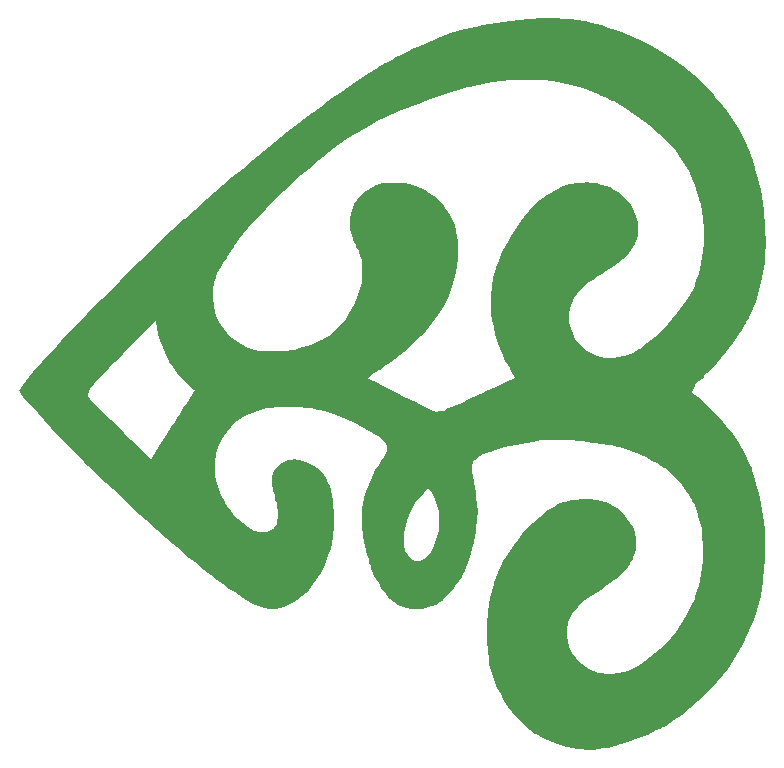
<source format=gbo>
G04*
G04 #@! TF.GenerationSoftware,Altium Limited,Altium Designer,18.1.7 (191)*
G04*
G04 Layer_Color=32896*
%FSLAX44Y44*%
%MOMM*%
G71*
G01*
G75*
G36*
X871320Y1004371D02*
X876529Y1004024D01*
X882431Y1003677D01*
X888681Y1002982D01*
X895278Y1001941D01*
X895973D01*
X897709Y1001593D01*
X900487Y1000899D01*
X904306Y999857D01*
X909167Y998468D01*
X914723Y996732D01*
X920973Y994649D01*
X927917Y991871D01*
X935556Y988746D01*
X943542Y985274D01*
X951875Y980760D01*
X960208Y975899D01*
X969236Y970344D01*
X977916Y963747D01*
X986944Y956802D01*
X995624Y948816D01*
X995972Y948469D01*
X997013Y947428D01*
X998402Y946039D01*
X1000485Y943955D01*
X1002916Y941178D01*
X1005347Y938053D01*
X1008471Y934580D01*
X1011596Y930414D01*
X1015069Y925900D01*
X1018541Y921386D01*
X1025138Y910622D01*
X1031388Y899164D01*
X1033818Y892914D01*
X1036249Y886664D01*
Y886317D01*
X1036943Y885275D01*
X1037290Y883192D01*
X1038332Y880762D01*
X1039027Y877637D01*
X1040068Y873817D01*
X1041457Y869651D01*
X1042499Y864790D01*
X1043540Y859581D01*
X1044582Y853679D01*
X1045624Y847776D01*
X1046665Y841526D01*
X1047707Y827637D01*
X1048054Y813401D01*
Y810276D01*
X1047707Y807846D01*
Y805068D01*
X1047360Y801596D01*
X1047013Y797776D01*
X1046318Y793610D01*
X1044929Y784582D01*
X1042499Y774513D01*
X1039374Y764096D01*
X1034860Y753680D01*
Y753333D01*
X1034166Y752638D01*
X1033471Y750902D01*
X1032430Y749166D01*
X1031041Y746736D01*
X1029305Y743958D01*
X1027568Y740833D01*
X1025485Y737361D01*
X1020277Y729722D01*
X1014027Y721736D01*
X1006735Y713055D01*
X998402Y704375D01*
X998055Y704028D01*
X996666Y702986D01*
X995277Y701250D01*
X993541Y699167D01*
X993194Y698819D01*
X991805Y697778D01*
X990069Y696389D01*
X988333Y695000D01*
X987986Y694306D01*
X987638Y693611D01*
X986944Y692570D01*
Y691528D01*
X986249Y690139D01*
X985555Y688403D01*
Y688056D01*
X986249Y687708D01*
X987986Y685972D01*
X990416Y683542D01*
X993541Y681111D01*
X993888Y680764D01*
X994236Y680417D01*
X996319Y678681D01*
X999097Y676250D01*
X1002222Y673125D01*
X1002569Y672778D01*
X1003263Y672084D01*
X1004305Y671042D01*
X1005694Y669653D01*
X1007777Y667570D01*
X1009860Y665139D01*
X1011944Y662709D01*
X1014374Y659584D01*
X1019930Y652639D01*
X1025138Y645001D01*
X1030346Y635973D01*
X1034860Y626598D01*
Y626251D01*
X1035207Y625556D01*
X1035902Y624168D01*
X1036596Y622084D01*
X1037290Y619654D01*
X1038332Y616876D01*
X1039027Y613751D01*
X1040068Y610279D01*
X1042499Y602293D01*
X1044235Y592918D01*
X1045971Y582849D01*
X1047360Y572085D01*
Y568613D01*
X1047707Y565835D01*
Y558891D01*
X1047360Y554724D01*
Y550210D01*
X1047013Y545002D01*
X1046665Y539794D01*
X1045624Y527988D01*
X1043540Y515835D01*
X1040763Y503683D01*
Y503336D01*
X1040415Y502294D01*
X1039721Y500558D01*
X1039027Y498127D01*
X1037985Y495350D01*
X1036596Y491878D01*
X1034860Y488058D01*
X1033124Y483891D01*
X1028610Y474517D01*
X1022707Y464447D01*
X1015763Y454031D01*
X1007430Y443614D01*
X1007083Y443267D01*
X1006735Y442573D01*
X1005694Y441531D01*
X1004305Y440142D01*
X1000833Y436323D01*
X996319Y431461D01*
X990416Y426253D01*
X984166Y420351D01*
X976875Y414795D01*
X968889Y409240D01*
X968541D01*
X967847Y408545D01*
X966805Y407851D01*
X965069Y406809D01*
X963333Y405767D01*
X960903Y404379D01*
X958125Y402990D01*
X955000Y401601D01*
X948055Y398129D01*
X940070Y395004D01*
X931042Y391879D01*
X921667Y389101D01*
X920973Y388754D01*
X919584Y388406D01*
X917153Y387712D01*
X914028Y387018D01*
X910209Y386323D01*
X906389Y385976D01*
X901876Y385282D01*
X897709D01*
X897362D01*
X896667D01*
X895278D01*
X893889Y385629D01*
X891806D01*
X889376Y385976D01*
X883473Y387018D01*
X876529Y388406D01*
X869237Y390837D01*
X861251Y393962D01*
X853265Y398476D01*
X852918Y398823D01*
X851876Y399518D01*
X850487Y400559D01*
X848404Y402295D01*
X845626Y404379D01*
X842849Y406809D01*
X839724Y409934D01*
X836599Y413406D01*
X833474Y417226D01*
X830001Y421739D01*
X826529Y426600D01*
X823404Y432156D01*
X820627Y437711D01*
X817849Y443961D01*
X815765Y450559D01*
X814029Y457850D01*
Y458197D01*
X813682Y459586D01*
X813335Y461322D01*
Y464100D01*
X812988Y467225D01*
X812641Y471044D01*
X812293Y475211D01*
X811946Y480072D01*
Y490489D01*
X812641Y501947D01*
X814377Y513752D01*
X815765Y519655D01*
X817502Y525558D01*
Y525905D01*
X817849Y526946D01*
X818543Y528683D01*
X819585Y530766D01*
X820627Y533544D01*
X822015Y537016D01*
X823752Y540488D01*
X825835Y544655D01*
X828265Y548821D01*
X831043Y553335D01*
X834515Y558196D01*
X837987Y563057D01*
X841807Y567918D01*
X845973Y572779D01*
X850835Y577293D01*
X856043Y582154D01*
X856390Y582501D01*
X857779Y583543D01*
X859515Y584932D01*
X862293Y587015D01*
X865070Y589099D01*
X868543Y591182D01*
X872362Y592918D01*
X876529Y594654D01*
X877223D01*
X878612Y595348D01*
X880695Y596043D01*
X883820Y596390D01*
X887292Y597085D01*
X891459Y597432D01*
X895973Y597779D01*
X900487Y597432D01*
X901181D01*
X902917Y597085D01*
X905348Y596737D01*
X908473Y595696D01*
X912292Y594654D01*
X916112Y593265D01*
X919931Y591182D01*
X923750Y588751D01*
X924098Y588404D01*
X925139Y587362D01*
X926875Y585626D01*
X928611Y583543D01*
X930695Y580765D01*
X933125Y577293D01*
X935208Y573474D01*
X936945Y569307D01*
Y568613D01*
X937292Y567224D01*
X937986Y565140D01*
Y562363D01*
X938333Y558891D01*
X937986Y555418D01*
X937292Y551599D01*
X935903Y548127D01*
X935556Y547780D01*
X935208Y546391D01*
X934167Y544655D01*
X932778Y542571D01*
X931042Y539794D01*
X928611Y537016D01*
X926181Y534238D01*
X923056Y531460D01*
X922709Y531113D01*
X922014Y530766D01*
X920973Y529724D01*
X919584Y528683D01*
X916112Y526252D01*
X911945Y523474D01*
X911598Y523127D01*
X910903Y522780D01*
X909514Y521738D01*
X908125Y520697D01*
X904306Y518266D01*
X899792Y515488D01*
X899098Y515141D01*
X897362Y513752D01*
X894931Y512016D01*
X891806Y509586D01*
X888681Y506461D01*
X885556Y502641D01*
X882778Y498475D01*
X880695Y493614D01*
Y492919D01*
X880348Y491183D01*
X880001Y488753D01*
X879654Y485280D01*
X880001Y481461D01*
X880695Y476947D01*
X881737Y472433D01*
X883820Y467572D01*
X884167Y466878D01*
X885209Y465489D01*
X886945Y463058D01*
X889028Y460628D01*
X892153Y457850D01*
X895626Y455072D01*
X899792Y452642D01*
X904653Y450906D01*
X905348Y450559D01*
X907084Y450211D01*
X909514Y449864D01*
X913334Y449517D01*
X917500D01*
X922361Y449864D01*
X927570Y450906D01*
X933125Y452989D01*
X933472Y453336D01*
X934861Y453684D01*
X936597Y454725D01*
X939375Y456114D01*
X942500Y458197D01*
X945972Y460628D01*
X949792Y463406D01*
X954305Y466878D01*
X958472Y470697D01*
X962986Y474864D01*
X967500Y479725D01*
X972013Y485280D01*
X976527Y491530D01*
X980694Y498127D01*
X984166Y505072D01*
X987638Y513058D01*
X987986Y513405D01*
X988333Y515141D01*
X989027Y517224D01*
X990069Y520349D01*
X991111Y524169D01*
X992152Y528683D01*
X992847Y533891D01*
X993888Y539446D01*
X994583Y545696D01*
X994930Y551946D01*
Y558891D01*
X994236Y565488D01*
X993541Y572779D01*
X991805Y579724D01*
X989722Y587015D01*
X986944Y593960D01*
Y594307D01*
X986597Y594654D01*
X985902Y595696D01*
X985208Y597085D01*
X983124Y600557D01*
X980347Y604723D01*
X976875Y609584D01*
X972708Y614445D01*
X967847Y619306D01*
X962291Y623820D01*
X961597Y624168D01*
X959514Y625556D01*
X956389Y627640D01*
X951875Y630070D01*
X946667Y632848D01*
X940764Y635626D01*
X934167Y638404D01*
X927222Y640487D01*
X926875D01*
X925834Y640834D01*
X924445Y641181D01*
X922361Y641528D01*
X919931Y642223D01*
X917153Y642917D01*
X913681Y643612D01*
X909862Y643959D01*
X901528Y645348D01*
X892153Y646737D01*
X881737Y647431D01*
X871320Y647778D01*
X870973D01*
X869931D01*
X868543D01*
X866459D01*
X864029Y647431D01*
X861251Y647084D01*
X857779D01*
X854307Y646389D01*
X845626Y645348D01*
X836599Y643612D01*
X826529Y641181D01*
X816113Y638056D01*
X815418Y637709D01*
X814029Y637362D01*
X811599Y636320D01*
X808821Y635279D01*
X806043Y633890D01*
X803613Y632501D01*
X801529Y630765D01*
X800141Y629376D01*
Y629029D01*
X799793Y628681D01*
Y627640D01*
X799446Y625904D01*
Y620695D01*
X800141Y616876D01*
X800835Y612015D01*
Y611668D01*
X801182Y610973D01*
Y609932D01*
X801529Y608543D01*
X801877Y606807D01*
X802224Y604723D01*
X802918Y599515D01*
X803613Y593612D01*
X803960Y587015D01*
X803613Y580071D01*
X802918Y572779D01*
Y572085D01*
X802571Y571043D01*
Y569654D01*
X801877Y565835D01*
X800835Y560974D01*
X799446Y555418D01*
X797363Y548821D01*
X795280Y541877D01*
X792155Y534933D01*
X791807Y534585D01*
X791460Y533544D01*
Y533196D01*
X791113Y532849D01*
X790766Y531460D01*
X790418Y531113D01*
X789377Y529724D01*
X787988Y527641D01*
X785905Y525210D01*
X783821Y522433D01*
X781044Y519308D01*
X774794Y512363D01*
X774446Y512016D01*
X773405Y510975D01*
X771321Y509933D01*
X768891Y508197D01*
X765766Y506808D01*
X761947Y505766D01*
X757780Y504725D01*
X752919Y504377D01*
X752225D01*
X750489D01*
X747711Y504725D01*
X744239Y505419D01*
X740419Y506461D01*
X736600Y508197D01*
X733128Y510280D01*
X729655Y513058D01*
X729308Y513405D01*
X728267Y514794D01*
X726530Y516877D01*
X724794Y519308D01*
X722364Y522433D01*
X720281Y526252D01*
X717850Y530071D01*
X715767Y534238D01*
Y534585D01*
X715419Y535280D01*
X714725Y536669D01*
X714031Y538405D01*
X713336Y540835D01*
X712294Y543613D01*
X711600Y546391D01*
X710558Y549863D01*
X708475Y557502D01*
X707086Y565835D01*
X706045Y574515D01*
X705697Y583543D01*
Y584585D01*
X706045Y585974D01*
Y587710D01*
X706392Y589793D01*
X706739Y592571D01*
X708128Y598473D01*
X710211Y605765D01*
X713336Y613751D01*
X717503Y622431D01*
X720281Y626598D01*
X723058Y631112D01*
X723406Y631459D01*
X723753Y632154D01*
X724447Y633195D01*
X725489Y634931D01*
X726878Y638404D01*
X727225Y640140D01*
X727572Y641876D01*
Y642223D01*
X727225Y642570D01*
X726530Y644653D01*
X725489Y645695D01*
X724100Y647431D01*
X722364Y648820D01*
X720281Y650556D01*
X719933D01*
X719239Y651251D01*
X718197Y651945D01*
X716461Y652987D01*
X714378Y654028D01*
X712294Y655417D01*
X706392Y658542D01*
X699795Y662014D01*
X692156Y665487D01*
X683823Y668959D01*
X675142Y671736D01*
X674795D01*
X674100Y672084D01*
X672712Y672431D01*
X670975Y672778D01*
X668892Y673125D01*
X666462Y673473D01*
X663684Y674167D01*
X660212Y674514D01*
X652920Y675209D01*
X644934Y675556D01*
X635906D01*
X626532Y674514D01*
X626184D01*
X625837D01*
X624795Y674167D01*
X623407Y673820D01*
X619935Y673125D01*
X615768Y671389D01*
X610560Y669653D01*
X605351Y666875D01*
X600143Y663403D01*
X595282Y659237D01*
X594935Y658542D01*
X593546Y657153D01*
X591463Y654376D01*
X589032Y650903D01*
X586602Y646389D01*
X584518Y641181D01*
X582435Y635279D01*
X581393Y628681D01*
Y622779D01*
X581740Y618265D01*
X582435Y613404D01*
X584171Y607501D01*
X586602Y601251D01*
X590074Y594654D01*
Y594307D01*
X590421Y593960D01*
X591810Y591876D01*
X594240Y588751D01*
X597018Y584932D01*
X600838Y580765D01*
X605004Y576946D01*
X609518Y573474D01*
X614726Y570696D01*
X615073D01*
X616115Y570349D01*
X617851Y570001D01*
X619935Y569654D01*
X622365D01*
X624795D01*
X627226Y570349D01*
X629309Y571390D01*
X629657Y571738D01*
X630351Y572085D01*
X631393Y573126D01*
X632434Y574515D01*
X633823Y576599D01*
X634518Y578682D01*
X635212Y581460D01*
Y587710D01*
X634518Y590835D01*
X633823Y594654D01*
Y595001D01*
X633476Y595348D01*
X632782Y597779D01*
X632087Y600904D01*
X630698Y604029D01*
Y604376D01*
X630351Y605070D01*
Y606459D01*
X630004Y608195D01*
Y617570D01*
X630351Y618612D01*
X630698Y620001D01*
X631393Y621390D01*
X632434Y623126D01*
X633823Y624862D01*
X635906Y626598D01*
X636254Y626945D01*
X636948Y627293D01*
X637990Y627987D01*
X639726Y628681D01*
X643545Y630418D01*
X645976Y630765D01*
X648406Y631112D01*
X648754D01*
X649448D01*
X650837Y630765D01*
X652573D01*
X656392Y629723D01*
X660559Y627987D01*
X660906Y627640D01*
X661948Y627293D01*
X663684Y626598D01*
X665767Y625209D01*
X668198Y623820D01*
X670628Y621737D01*
X673059Y619306D01*
X675142Y616529D01*
X675489Y616181D01*
X675837Y615140D01*
X676531Y613404D01*
X677573Y611320D01*
X678614Y608890D01*
X679656Y606112D01*
X681045Y599862D01*
Y598821D01*
X681392Y597779D01*
Y596390D01*
X681739Y594307D01*
Y592224D01*
X682086Y586668D01*
Y573474D01*
X681392Y566182D01*
X680350Y558891D01*
Y558543D01*
X680003Y557849D01*
Y556807D01*
X679656Y555418D01*
X678267Y551946D01*
X676878Y547085D01*
X674448Y541530D01*
X671323Y535280D01*
X667503Y529030D01*
X662990Y522780D01*
X662295Y522085D01*
X660906Y520349D01*
X658476Y517919D01*
X655004Y515141D01*
X651184Y512016D01*
X646670Y509238D01*
X641809Y506808D01*
X636601Y505072D01*
X635906D01*
X634518Y504725D01*
X631740Y504377D01*
X628268Y504725D01*
X624101Y505419D01*
X618893Y506808D01*
X613685Y508891D01*
X607782Y512363D01*
X607087Y512711D01*
X605351Y514099D01*
X602226Y516183D01*
X598407Y518613D01*
X593893Y521738D01*
X588685Y525558D01*
X583477Y529377D01*
X577921Y533544D01*
X577227Y533891D01*
X575491Y535280D01*
X572713Y537710D01*
X568894Y540488D01*
X564727Y543960D01*
X559866Y547780D01*
X554658Y552293D01*
X549449Y556807D01*
X549102Y557155D01*
X548060Y558196D01*
X545977Y559585D01*
X543546Y561668D01*
X540422Y564446D01*
X536949Y567571D01*
X532783Y571390D01*
X528269Y575210D01*
X523408Y579724D01*
X518200Y584238D01*
X507089Y594654D01*
X494936Y605765D01*
X482783Y617223D01*
X482436Y617570D01*
X481395Y618612D01*
X479658Y620348D01*
X477228Y622779D01*
X474450Y625556D01*
X470978Y629029D01*
X467159Y632848D01*
X462992Y637015D01*
X458478Y641876D01*
X453270Y646737D01*
X442853Y657848D01*
X431742Y670000D01*
X420631Y682500D01*
X420284Y682847D01*
X419590Y683195D01*
X418895Y684236D01*
X418201Y685278D01*
X417854Y685625D01*
X417506Y686667D01*
X416465Y688056D01*
X415423Y689792D01*
X415770Y690139D01*
X417159Y691875D01*
X419243Y693958D01*
X421673Y697083D01*
X424451Y700555D01*
X427576Y704722D01*
X434520Y713055D01*
X434867Y713403D01*
X436256Y715139D01*
X438340Y717222D01*
X441117Y720000D01*
X444242Y723472D01*
X447714Y727291D01*
X455006Y735624D01*
X455700Y736319D01*
X457089Y738055D01*
X459867Y740833D01*
X463339Y744305D01*
X467853Y748819D01*
X473061Y754374D01*
X478964Y760624D01*
X485908Y767221D01*
X493200Y774513D01*
X500839Y782152D01*
X509172Y790485D01*
X517852Y798818D01*
X536255Y816526D01*
X555352Y834234D01*
X556046Y834929D01*
X557783Y836318D01*
X560560Y838748D01*
X564380Y842220D01*
X569241Y846387D01*
X574796Y851595D01*
X581393Y857151D01*
X588685Y863401D01*
X596324Y869998D01*
X605004Y876942D01*
X613685Y884581D01*
X623060Y892220D01*
X632782Y900206D01*
X642851Y908192D01*
X663684Y924164D01*
X664031Y924511D01*
X665073Y925206D01*
X666462Y926247D01*
X668545Y927636D01*
X670975Y929719D01*
X673753Y931803D01*
X677225Y934233D01*
X681045Y937011D01*
X689725Y942914D01*
X699100Y949511D01*
X709517Y956455D01*
X720281Y963400D01*
X720628Y963747D01*
X721669Y964094D01*
X723406Y965136D01*
X725489Y966525D01*
X728267Y967913D01*
X731392Y969649D01*
X735211Y971733D01*
X739378Y973816D01*
X743891Y976247D01*
X748752Y978330D01*
X759169Y983191D01*
X770627Y988052D01*
X782780Y992566D01*
X783127D01*
X784516Y992913D01*
X786599Y993607D01*
X789724Y994302D01*
X793196Y995344D01*
X797363Y996385D01*
X802224Y997427D01*
X807432Y998468D01*
X813335Y999857D01*
X819238Y1000899D01*
X832432Y1002635D01*
X846321Y1004024D01*
X860557Y1004718D01*
X860904D01*
X861251D01*
X862293D01*
X863681D01*
X866806D01*
X871320Y1004371D01*
D02*
G37*
%LPC*%
G36*
X858473Y952289D02*
X856043D01*
X853265D01*
X850140D01*
X846668D01*
X842501D01*
X837987D01*
X833474Y951941D01*
X823057Y951247D01*
X812293Y949858D01*
X800835Y947428D01*
X800141Y947080D01*
X798057Y946733D01*
X794932Y946039D01*
X790418Y944650D01*
X784863Y943261D01*
X778613Y941178D01*
X771669Y939094D01*
X764030Y936317D01*
X755697Y933192D01*
X746669Y929719D01*
X737641Y925900D01*
X728267Y921733D01*
X718544Y917219D01*
X709169Y912011D01*
X699795Y906456D01*
X690420Y900553D01*
X689725Y900206D01*
X688336Y898817D01*
X685559Y897081D01*
X682086Y894303D01*
X677920Y891178D01*
X672712Y887359D01*
X667156Y882498D01*
X660906Y877290D01*
X654309Y871734D01*
X647018Y865484D01*
X639726Y858540D01*
X632434Y851248D01*
X624795Y843262D01*
X616810Y835276D01*
X609518Y826596D01*
X601879Y817568D01*
X601532Y817221D01*
X601185Y816526D01*
X600143Y815137D01*
X598754Y813401D01*
X597365Y811318D01*
X595629Y808887D01*
X592504Y803332D01*
X592157Y802985D01*
X591810Y801943D01*
X590768Y800554D01*
X589379Y798818D01*
X586602Y793957D01*
X583477Y788749D01*
Y788402D01*
X583129Y787707D01*
X582782Y786318D01*
X582088Y784930D01*
X581740Y782846D01*
X581046Y780416D01*
X580352Y774513D01*
X580004Y767916D01*
X580699Y760624D01*
X581740Y756805D01*
X582782Y752638D01*
X584518Y748819D01*
X586602Y744999D01*
Y744652D01*
X587296Y743958D01*
X587990Y742916D01*
X589032Y741527D01*
X591810Y738055D01*
X595976Y734236D01*
X601185Y730069D01*
X607782Y726597D01*
X615421Y723819D01*
X619935Y722777D01*
X624448Y722430D01*
X625143D01*
X626532D01*
X628962D01*
X632087D01*
X635559D01*
X639726Y722777D01*
X648406Y723819D01*
X649101D01*
X650490Y724513D01*
X652573Y725208D01*
X655698Y725902D01*
X659170Y727291D01*
X662990Y728333D01*
X671670Y731805D01*
X672017D01*
X672364Y732152D01*
X673406Y732847D01*
X674795Y733541D01*
X678267Y735972D01*
X682434Y739444D01*
X687295Y744305D01*
X692156Y750208D01*
X694586Y753680D01*
X696670Y757499D01*
X699100Y761666D01*
X701183Y766180D01*
Y766527D01*
X701531Y767221D01*
X702225Y768610D01*
X702920Y770346D01*
X703614Y772430D01*
X704308Y775207D01*
X705697Y781110D01*
X706392Y788054D01*
X706045Y795693D01*
X705697Y799513D01*
X704656Y803332D01*
X703267Y807499D01*
X701183Y811318D01*
Y811665D01*
X700836Y812707D01*
X700142Y814096D01*
X699100Y815485D01*
Y815832D01*
X698753Y816873D01*
X698406Y818610D01*
X697711Y820693D01*
X697364Y821387D01*
X697017Y823123D01*
X696322Y826248D01*
X695975Y830068D01*
Y834234D01*
X696670Y839096D01*
X698058Y843957D01*
X700489Y848818D01*
X700836Y849512D01*
X701878Y850901D01*
X703614Y852984D01*
X706045Y855762D01*
X709517Y858540D01*
X713336Y860970D01*
X718197Y863401D01*
X723753Y864790D01*
X724100D01*
X724447D01*
X726183Y865137D01*
X729308D01*
X733128Y865484D01*
X737294D01*
X741808Y864790D01*
X746669Y864095D01*
X751530Y862706D01*
X752225Y862359D01*
X753613Y862012D01*
X756391Y860623D01*
X759516Y859234D01*
X762988Y856804D01*
X766808Y854026D01*
X770974Y850901D01*
X774794Y846734D01*
X775141Y846040D01*
X776530Y844304D01*
X778266Y841873D01*
X780349Y838401D01*
X782432Y834234D01*
X784516Y829721D01*
X785905Y824512D01*
X786946Y819304D01*
Y818610D01*
X787294Y816873D01*
X787641Y813749D01*
Y805762D01*
X787294Y800554D01*
X786599Y794999D01*
X785557Y789443D01*
Y789096D01*
X785210Y788402D01*
X784863Y787013D01*
X784516Y785277D01*
X783821Y783193D01*
X783127Y780763D01*
X781391Y774860D01*
X778613Y767916D01*
X775141Y760971D01*
X770627Y753680D01*
X765419Y746388D01*
Y746041D01*
X764724Y745694D01*
X764030Y744652D01*
X762988Y743263D01*
X759863Y739791D01*
X755697Y735624D01*
X750489Y730416D01*
X744933Y724861D01*
X738336Y719305D01*
X731044Y713750D01*
X730697D01*
X730350Y713403D01*
X729308Y712708D01*
X727919Y712014D01*
X724794Y709930D01*
X720975Y707153D01*
X720628D01*
X719933Y706805D01*
X719239Y706111D01*
X717850Y705069D01*
X714378Y702986D01*
X710906Y699861D01*
X711600Y699514D01*
X713336Y698472D01*
X716114Y697083D01*
X719933Y695347D01*
X724100Y692917D01*
X728961Y690486D01*
X739030Y685278D01*
X739725Y684931D01*
X741461Y684236D01*
X743891Y682847D01*
X747364Y681459D01*
X751530Y679375D01*
X756044Y677292D01*
X760905Y674861D01*
X766113Y672431D01*
X766460Y672084D01*
X767502Y671736D01*
X768891Y671389D01*
X770974Y671736D01*
X771321D01*
X771669D01*
X773058D01*
X775141Y672431D01*
X776877Y673125D01*
X777571Y673473D01*
X779308Y674167D01*
X782432Y675209D01*
X785905Y676945D01*
X790418Y679028D01*
X795280Y681111D01*
X806043Y686320D01*
X806738Y686667D01*
X808474Y687361D01*
X811252Y688750D01*
X815071Y690486D01*
X819585Y692222D01*
X824446Y694653D01*
X830001Y697083D01*
X835904Y699861D01*
X835557Y700555D01*
X834515Y701944D01*
X833126Y704375D01*
X832085Y706458D01*
X831738Y707153D01*
X831043Y708541D01*
X830001Y710625D01*
X828613Y713055D01*
X828265Y713403D01*
X827571Y714791D01*
X826529Y716875D01*
X825140Y719652D01*
X823752Y723125D01*
X822015Y727291D01*
X820627Y731805D01*
X818890Y737013D01*
X817502Y742916D01*
X816460Y749166D01*
X815418Y755416D01*
X815071Y762360D01*
Y769652D01*
X815765Y776944D01*
X817154Y784582D01*
X819238Y792221D01*
Y792568D01*
X819932Y793957D01*
X820627Y796040D01*
X821668Y799165D01*
X823057Y802290D01*
X824793Y806457D01*
X826876Y810624D01*
X829654Y815485D01*
X832432Y820346D01*
X835557Y825554D01*
X839029Y830762D01*
X842849Y835971D01*
X847362Y841179D01*
X851876Y846040D01*
X857084Y850554D01*
X862640Y854720D01*
X862987Y855068D01*
X864376Y855762D01*
X866112Y856804D01*
X868543Y858193D01*
X871667Y859929D01*
X874792Y861317D01*
X878612Y863054D01*
X882431Y864095D01*
X882778D01*
X884167Y864442D01*
X886598Y864790D01*
X889376Y865484D01*
X892501D01*
X896320Y865831D01*
X900487Y865484D01*
X904653Y864790D01*
X905348D01*
X906737Y864442D01*
X909167Y863748D01*
X912292Y862706D01*
X915764Y861317D01*
X919584Y859581D01*
X923056Y857498D01*
X926528Y854720D01*
X926875Y854373D01*
X927917Y853331D01*
X929653Y851595D01*
X931389Y849512D01*
X933472Y846387D01*
X935556Y842915D01*
X937292Y838748D01*
X939028Y834234D01*
Y833887D01*
X939375Y832151D01*
X939722Y830068D01*
X940070Y827290D01*
Y821040D01*
X939028Y817568D01*
X937639Y814096D01*
X937292Y813749D01*
X936597Y812360D01*
X935556Y810624D01*
X933820Y808540D01*
X932084Y806110D01*
X929653Y803332D01*
X926875Y800554D01*
X923750Y798124D01*
X923403Y797776D01*
X922709Y797082D01*
X921320Y796388D01*
X919584Y794999D01*
X915417Y791874D01*
X910556Y788749D01*
X910209Y788402D01*
X909167Y788054D01*
X907778Y787013D01*
X906042Y785971D01*
X901528Y783193D01*
X896667Y780068D01*
X896320Y779721D01*
X894931Y778332D01*
X892848Y776596D01*
X890764Y774166D01*
X888334Y771041D01*
X885903Y767569D01*
X883820Y763749D01*
X882431Y759583D01*
Y758888D01*
X882084Y757499D01*
X881737Y755069D01*
Y748124D01*
X882431Y744305D01*
X883473Y739791D01*
X885209Y735624D01*
X885556Y734930D01*
X886598Y733194D01*
X888681Y730763D01*
X891112Y727986D01*
X894237Y724861D01*
X898403Y721736D01*
X903264Y719305D01*
X908473Y717569D01*
X908820D01*
X909167D01*
X911250Y717222D01*
X914375Y716875D01*
X918542D01*
X923056Y717569D01*
X928264Y718611D01*
X934167Y720694D01*
X939722Y723819D01*
X940070Y724166D01*
X941111Y724861D01*
X942847Y725902D01*
X944930Y727638D01*
X947708Y729722D01*
X950486Y732152D01*
X953958Y734930D01*
X957778Y738402D01*
X961250Y741874D01*
X965416Y746041D01*
X973055Y754722D01*
X980694Y765138D01*
X983819Y770346D01*
X986944Y776249D01*
X987291Y776596D01*
X987638Y777638D01*
X988333Y779374D01*
X989027Y781805D01*
X990069Y784930D01*
X991111Y788402D01*
X992152Y792568D01*
X993194Y797082D01*
X994236Y802290D01*
X994930Y807846D01*
X995277Y813749D01*
X995624Y820346D01*
X995277Y827290D01*
X994930Y834234D01*
X993888Y841873D01*
X992152Y849512D01*
Y849859D01*
X991805Y850901D01*
X991458Y852290D01*
X990763Y854373D01*
X990069Y857151D01*
X989027Y859929D01*
X987638Y863401D01*
X986249Y866873D01*
X982777Y874859D01*
X977916Y883192D01*
X972013Y891873D01*
X965069Y899859D01*
X964722Y900206D01*
X964027Y900553D01*
X962986Y901942D01*
X961597Y903331D01*
X959861Y904720D01*
X957430Y906803D01*
X952222Y911664D01*
X945278Y916872D01*
X937639Y922775D01*
X928959Y928678D01*
X919236Y934233D01*
X918889D01*
X917848Y934928D01*
X916459Y935622D01*
X914375Y936664D01*
X911945Y937705D01*
X908820Y939094D01*
X905695Y940483D01*
X901876Y942219D01*
X897709Y943608D01*
X893195Y945344D01*
X883126Y948122D01*
X872362Y950553D01*
X861251Y951941D01*
X860904D01*
X859862D01*
X858473Y952289D01*
D02*
G37*
G36*
X531394Y748819D02*
Y748472D01*
X530700Y748124D01*
X528963Y746041D01*
X525838Y743263D01*
X522366Y739444D01*
X517852Y735277D01*
X513339Y730416D01*
X503616Y720347D01*
X502922Y719652D01*
X501533Y717916D01*
X499103Y715486D01*
X495630Y712361D01*
X491811Y708194D01*
X487644Y704028D01*
X478964Y695000D01*
X478617Y694306D01*
X477575Y692917D01*
X476186Y690833D01*
X474797Y688403D01*
Y688056D01*
X474450Y687708D01*
Y684931D01*
X474797Y683542D01*
X475839Y682500D01*
X476881Y681111D01*
X477575Y680417D01*
X478964Y678681D01*
X481742Y676250D01*
X484867Y673125D01*
X489033Y668959D01*
X493200Y664792D01*
X502922Y655764D01*
X503616Y655070D01*
X505005Y653681D01*
X507436Y650903D01*
X510561Y647778D01*
X514380Y643959D01*
X518547Y639792D01*
X527575Y631112D01*
X527922Y631806D01*
X529311Y633542D01*
X531047Y636667D01*
X533477Y640487D01*
X536255Y645001D01*
X539380Y649862D01*
X545977Y660625D01*
X546324Y661320D01*
X547713Y663056D01*
X549449Y665834D01*
X551880Y669653D01*
X554658Y674167D01*
X557783Y679028D01*
X564727Y689792D01*
X564032Y690139D01*
X562296Y691528D01*
X559866Y693611D01*
X556741Y696389D01*
X553269Y700208D01*
X549796Y704028D01*
X545977Y708889D01*
X542852Y713750D01*
X542505Y714444D01*
X541463Y716180D01*
X540074Y719305D01*
X538338Y723472D01*
X536602Y728333D01*
X534519Y734236D01*
X532783Y741180D01*
X531394Y748819D01*
D02*
G37*
G36*
X762294Y606807D02*
X761947Y606459D01*
X760558Y605070D01*
X758475Y602987D01*
X755697Y600210D01*
X752919Y596390D01*
X750141Y592224D01*
X747364Y587015D01*
X744933Y581460D01*
Y581113D01*
X744586Y580765D01*
X744239Y579029D01*
X743197Y575904D01*
X742503Y572432D01*
X741808Y567918D01*
X741461Y563404D01*
X741808Y558543D01*
X742850Y554030D01*
Y553682D01*
X743544Y552988D01*
X743891Y551599D01*
X744933Y550210D01*
X747364Y547432D01*
X749100Y546044D01*
X750836Y545349D01*
X751183D01*
X751530Y545002D01*
X752572D01*
X753961D01*
X755350D01*
X757086Y545696D01*
X758822Y547085D01*
X760905Y548821D01*
X761252Y549168D01*
X762641Y550557D01*
X764377Y552988D01*
X766460Y556113D01*
X768197Y560279D01*
X769933Y565140D01*
X771321Y570696D01*
X771669Y577293D01*
Y580418D01*
X771321Y583543D01*
X770974Y587710D01*
X769933Y592571D01*
X768197Y597432D01*
X765766Y602293D01*
X762294Y606807D01*
D02*
G37*
%LPD*%
M02*

</source>
